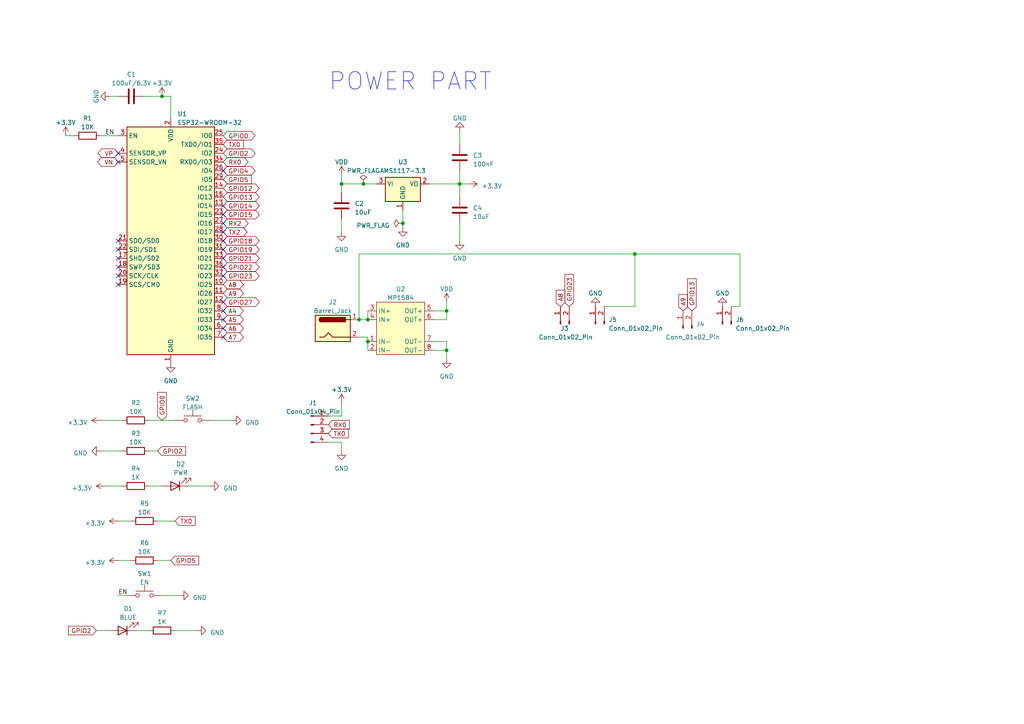
<source format=kicad_sch>
(kicad_sch (version 20230121) (generator eeschema)
  (paper "A4")
  (lib_symbols
    (symbol "Connector:Barrel_Jack" (pin_names (offset 1.016))
      (property "Reference" "J" (at 0 5.334 0))
      (property "Value" "Barrel_Jack" (at 0 -5.08 0))
      (symbol "Barrel_Jack_0_1"
        (rectangle (start -5.08 3.81) (end 5.08 -3.81) (stroke (width 0.254)) (fill (type background)))
        (arc (start -3.302 3.175) (mid -3.9343 2.54) (end -3.302 1.905) (stroke (width 0.254)))
        (arc (start -3.302 3.175) (mid -3.9343 2.54) (end -3.302 1.905) (stroke (width 0.254)) (fill (type outline)))
        (polyline (pts (xy 5.08 2.54) (xy 3.81 2.54)) (stroke (width 0.254)))
        (polyline (pts (xy -3.81 -2.54) (xy -2.54 -2.54) (xy -1.27 -1.27) (xy 0 -2.54) (xy 2.54 -2.54) (xy 5.08 -2.54)) (stroke (width 0.254)))
        (rectangle (start 3.683 3.175) (end -3.302 1.905) (stroke (width 0.254)) (fill (type outline)))
      )
      (symbol "Barrel_Jack_1_1"
        (pin passive line (at 7.62 2.54 180) (length 2.54) (name "~") (number "1"))
        (pin passive line (at 7.62 -2.54 180) (length 2.54) (name "~") (number "2"))
      )
    )
    (symbol "Connector:Conn_01x02_Pin" (pin_names (offset 1.016) hide)
      (property "Reference" "J" (at 0 2.54 0))
      (property "Value" "Conn_01x02_Pin" (at 0 -5.08 0))
      (symbol "Conn_01x02_Pin_1_1"
        (polyline (pts (xy 1.27 -2.54) (xy 0.8636 -2.54)) (stroke (width 0.1524)))
        (polyline (pts (xy 1.27 0) (xy 0.8636 0)) (stroke (width 0.1524)))
        (rectangle (start 0.8636 -2.413) (end 0 -2.667) (stroke (width 0.1524)) (fill (type outline)))
        (rectangle (start 0.8636 0.127) (end 0 -0.127) (stroke (width 0.1524)) (fill (type outline)))
        (pin passive line (at 5.08 0 180) (length 3.81) (name "Pin_1") (number "1"))
        (pin passive line (at 5.08 -2.54 180) (length 3.81) (name "Pin_2") (number "2"))
      )
    )
    (symbol "Connector:Conn_01x04_Pin" (pin_names (offset 1.016) hide)
      (property "Reference" "J" (at 0 5.08 0))
      (property "Value" "Conn_01x04_Pin" (at 0 -7.62 0))
      (symbol "Conn_01x04_Pin_1_1"
        (polyline (pts (xy 1.27 -5.08) (xy 0.8636 -5.08)) (stroke (width 0.1524)))
        (polyline (pts (xy 1.27 -2.54) (xy 0.8636 -2.54)) (stroke (width 0.1524)))
        (polyline (pts (xy 1.27 0) (xy 0.8636 0)) (stroke (width 0.1524)))
        (polyline (pts (xy 1.27 2.54) (xy 0.8636 2.54)) (stroke (width 0.1524)))
        (rectangle (start 0.8636 -4.953) (end 0 -5.207) (stroke (width 0.1524)) (fill (type outline)))
        (rectangle (start 0.8636 -2.413) (end 0 -2.667) (stroke (width 0.1524)) (fill (type outline)))
        (rectangle (start 0.8636 0.127) (end 0 -0.127) (stroke (width 0.1524)) (fill (type outline)))
        (rectangle (start 0.8636 2.667) (end 0 2.413) (stroke (width 0.1524)) (fill (type outline)))
        (pin passive line (at 5.08 2.54 180) (length 3.81) (name "Pin_1") (number "1"))
        (pin passive line (at 5.08 0 180) (length 3.81) (name "Pin_2") (number "2"))
        (pin passive line (at 5.08 -2.54 180) (length 3.81) (name "Pin_3") (number "3"))
        (pin passive line (at 5.08 -5.08 180) (length 3.81) (name "Pin_4") (number "4"))
      )
    )
    (symbol "Device:C" (pin_numbers hide) (pin_names (offset 0.254))
      (property "Reference" "C" (at 0.635 2.54 0))
      (property "Value" "C" (at 0.635 -2.54 0))
      (symbol "C_0_1"
        (polyline (pts (xy -2.032 -0.762) (xy 2.032 -0.762)) (stroke (width 0.508)))
        (polyline (pts (xy -2.032 0.762) (xy 2.032 0.762)) (stroke (width 0.508)))
      )
      (symbol "C_1_1"
        (pin passive line (at 0 3.81 270) (length 2.794) (name "~") (number "1"))
        (pin passive line (at 0 -3.81 90) (length 2.794) (name "~") (number "2"))
      )
    )
    (symbol "Device:LED" (pin_numbers hide) (pin_names (offset 1.016) hide)
      (property "Reference" "D" (at 0 2.54 0))
      (property "Value" "LED" (at 0 -2.54 0))
      (symbol "LED_0_1"
        (polyline (pts (xy -1.27 -1.27) (xy -1.27 1.27)) (stroke (width 0.254)))
        (polyline (pts (xy -1.27 0) (xy 1.27 0)))
        (polyline (pts (xy 1.27 -1.27) (xy 1.27 1.27) (xy -1.27 0) (xy 1.27 -1.27)) (stroke (width 0.254)))
        (polyline (pts (xy -3.048 -0.762) (xy -4.572 -2.286) (xy -3.81 -2.286) (xy -4.572 -2.286) (xy -4.572 -1.524)))
        (polyline (pts (xy -1.778 -0.762) (xy -3.302 -2.286) (xy -2.54 -2.286) (xy -3.302 -2.286) (xy -3.302 -1.524)))
      )
      (symbol "LED_1_1"
        (pin passive line (at -3.81 0 0) (length 2.54) (name "K") (number "1"))
        (pin passive line (at 3.81 0 180) (length 2.54) (name "A") (number "2"))
      )
    )
    (symbol "Device:R" (pin_numbers hide) (pin_names (offset 0))
      (property "Reference" "R" (at 2.032 0 90))
      (property "Value" "R" (at 0 0 90))
      (symbol "R_0_1"
        (rectangle (start -1.016 -2.54) (end 1.016 2.54) (stroke (width 0.254)))
      )
      (symbol "R_1_1"
        (pin passive line (at 0 3.81 270) (length 1.27) (name "~") (number "1"))
        (pin passive line (at 0 -3.81 90) (length 1.27) (name "~") (number "2"))
      )
    )
    (symbol "Lib:MP1584"
      (property "Reference" "U" (at 0 2.54 0))
      (property "Value" "MP1584" (at 2.54 5.08 0))
      (symbol "MP1584_1_1"
        (rectangle (start -3.81 1.27) (end 10.16 -13.97) (fill (type background)))
        (pin input line (at -6.35 -10.16 0) (length 2.54) (name "IN-") (number "1"))
        (pin input line (at -6.35 -12.7 0) (length 2.54) (name "IN-") (number "2"))
        (pin input line (at -6.35 -1.27 0) (length 2.54) (name "IN+") (number "3"))
        (pin input line (at -6.35 -3.81 0) (length 2.54) (name "IN+") (number "4"))
        (pin input line (at 12.7 -1.27 180) (length 2.54) (name "OUT+") (number "5"))
        (pin input line (at 12.7 -3.81 180) (length 2.54) (name "OUT+") (number "6"))
        (pin input line (at 12.7 -10.16 180) (length 2.54) (name "OUT-") (number "7"))
        (pin input line (at 12.7 -12.7 180) (length 2.54) (name "OUT-") (number "8"))
      )
    )
    (symbol "RF_Module:ESP32-WROOM-32"
      (property "Reference" "U" (at -12.7 34.29 0))
      (property "Value" "ESP32-WROOM-32" (at 1.27 34.29 0))
      (symbol "ESP32-WROOM-32_0_1"
        (rectangle (start -12.7 33.02) (end 12.7 -33.02) (stroke (width 0.254)) (fill (type background)))
      )
      (symbol "ESP32-WROOM-32_1_1"
        (pin power_in line (at 0 -35.56 90) (length 2.54) (name "GND") (number "1"))
        (pin bidirectional line (at 15.24 -12.7 180) (length 2.54) (name "IO25") (number "10"))
        (pin bidirectional line (at 15.24 -15.24 180) (length 2.54) (name "IO26") (number "11"))
        (pin bidirectional line (at 15.24 -17.78 180) (length 2.54) (name "IO27") (number "12"))
        (pin bidirectional line (at 15.24 10.16 180) (length 2.54) (name "IO14") (number "13"))
        (pin bidirectional line (at 15.24 15.24 180) (length 2.54) (name "IO12") (number "14"))
        (pin passive line (at 0 -35.56 90) (length 2.54) hide (name "GND") (number "15"))
        (pin bidirectional line (at 15.24 12.7 180) (length 2.54) (name "IO13") (number "16"))
        (pin bidirectional line (at -15.24 -5.08 0) (length 2.54) (name "SHD/SD2") (number "17"))
        (pin bidirectional line (at -15.24 -7.62 0) (length 2.54) (name "SWP/SD3") (number "18"))
        (pin bidirectional line (at -15.24 -12.7 0) (length 2.54) (name "SCS/CMD") (number "19"))
        (pin power_in line (at 0 35.56 270) (length 2.54) (name "VDD") (number "2"))
        (pin bidirectional line (at -15.24 -10.16 0) (length 2.54) (name "SCK/CLK") (number "20"))
        (pin bidirectional line (at -15.24 0 0) (length 2.54) (name "SDO/SD0") (number "21"))
        (pin bidirectional line (at -15.24 -2.54 0) (length 2.54) (name "SDI/SD1") (number "22"))
        (pin bidirectional line (at 15.24 7.62 180) (length 2.54) (name "IO15") (number "23"))
        (pin bidirectional line (at 15.24 25.4 180) (length 2.54) (name "IO2") (number "24"))
        (pin bidirectional line (at 15.24 30.48 180) (length 2.54) (name "IO0") (number "25"))
        (pin bidirectional line (at 15.24 20.32 180) (length 2.54) (name "IO4") (number "26"))
        (pin bidirectional line (at 15.24 5.08 180) (length 2.54) (name "IO16") (number "27"))
        (pin bidirectional line (at 15.24 2.54 180) (length 2.54) (name "IO17") (number "28"))
        (pin bidirectional line (at 15.24 17.78 180) (length 2.54) (name "IO5") (number "29"))
        (pin input line (at -15.24 30.48 0) (length 2.54) (name "EN") (number "3"))
        (pin bidirectional line (at 15.24 0 180) (length 2.54) (name "IO18") (number "30"))
        (pin bidirectional line (at 15.24 -2.54 180) (length 2.54) (name "IO19") (number "31"))
        (pin no_connect line (at -12.7 -27.94 0) (length 2.54) hide (name "NC") (number "32"))
        (pin bidirectional line (at 15.24 -5.08 180) (length 2.54) (name "IO21") (number "33"))
        (pin bidirectional line (at 15.24 22.86 180) (length 2.54) (name "RXD0/IO3") (number "34"))
        (pin bidirectional line (at 15.24 27.94 180) (length 2.54) (name "TXD0/IO1") (number "35"))
        (pin bidirectional line (at 15.24 -7.62 180) (length 2.54) (name "IO22") (number "36"))
        (pin bidirectional line (at 15.24 -10.16 180) (length 2.54) (name "IO23") (number "37"))
        (pin passive line (at 0 -35.56 90) (length 2.54) hide (name "GND") (number "38"))
        (pin passive line (at 0 -35.56 90) (length 2.54) hide (name "GND") (number "39"))
        (pin input line (at -15.24 25.4 0) (length 2.54) (name "SENSOR_VP") (number "4"))
        (pin input line (at -15.24 22.86 0) (length 2.54) (name "SENSOR_VN") (number "5"))
        (pin input line (at 15.24 -25.4 180) (length 2.54) (name "IO34") (number "6"))
        (pin input line (at 15.24 -27.94 180) (length 2.54) (name "IO35") (number "7"))
        (pin bidirectional line (at 15.24 -20.32 180) (length 2.54) (name "IO32") (number "8"))
        (pin bidirectional line (at 15.24 -22.86 180) (length 2.54) (name "IO33") (number "9"))
      )
    )
    (symbol "Regulator_Linear:AMS1117-3.3"
      (property "Reference" "U" (at -3.81 3.175 0))
      (property "Value" "AMS1117-3.3" (at 0 3.175 0))
      (symbol "AMS1117-3.3_0_1"
        (rectangle (start -5.08 -5.08) (end 5.08 1.905) (stroke (width 0.254)) (fill (type background)))
      )
      (symbol "AMS1117-3.3_1_1"
        (pin power_in line (at 0 -7.62 90) (length 2.54) (name "GND") (number "1"))
        (pin power_out line (at 7.62 0 180) (length 2.54) (name "VO") (number "2"))
        (pin power_in line (at -7.62 0 0) (length 2.54) (name "VI") (number "3"))
      )
    )
    (symbol "Switch:SW_Push" (pin_numbers hide) (pin_names (offset 1.016) hide)
      (property "Reference" "SW" (at 1.27 2.54 0))
      (property "Value" "SW_Push" (at 0 -1.524 0))
      (symbol "SW_Push_0_1"
        (circle (center -2.032 0) (radius 0.508))
        (polyline (pts (xy 0 1.27) (xy 0 3.048)))
        (polyline (pts (xy 2.54 1.27) (xy -2.54 1.27)))
        (circle (center 2.032 0) (radius 0.508))
        (pin passive line (at -5.08 0 0) (length 2.54) (name "1") (number "1"))
        (pin passive line (at 5.08 0 180) (length 2.54) (name "2") (number "2"))
      )
    )
    (symbol "power:+3.3V" (power) (pin_names (offset 0))
      (property "Value" "+3.3V" (at 0 3.556 0))
      (symbol "+3.3V_0_1"
        (polyline (pts (xy -0.762 1.27) (xy 0 2.54)))
        (polyline (pts (xy 0 0) (xy 0 2.54)))
        (polyline (pts (xy 0 2.54) (xy 0.762 1.27)))
      )
      (symbol "+3.3V_1_1"
        (pin power_in line (at 0 0 90) (length 0) hide (name "+3.3V") (number "1"))
      )
    )
    (symbol "power:GND" (power) (pin_names (offset 0))
      (property "Value" "GND" (at 0 -3.81 0))
      (symbol "GND_0_1"
        (polyline (pts (xy 0 0) (xy 0 -1.27) (xy 1.27 -1.27) (xy 0 -2.54) (xy -1.27 -1.27) (xy 0 -1.27)))
      )
      (symbol "GND_1_1"
        (pin power_in line (at 0 0 270) (length 0) hide (name "GND") (number "1"))
      )
    )
    (symbol "power:PWR_FLAG" (power) (pin_numbers hide) (pin_names (offset 0) hide)
      (property "Value" "PWR_FLAG" (at 0 3.81 0))
      (symbol "PWR_FLAG_0_0"
        (pin power_out line (at 0 0 90) (length 0) (name "pwr") (number "1"))
      )
      (symbol "PWR_FLAG_0_1"
        (polyline (pts (xy 0 0) (xy 0 1.27) (xy -1.016 1.905) (xy 0 2.54) (xy 1.016 1.905) (xy 0 1.27)))
      )
    )
    (symbol "power:VDD" (power) (pin_names (offset 0))
      (property "Value" "VDD" (at 0 3.81 0))
      (symbol "VDD_0_1"
        (polyline (pts (xy -0.762 1.27) (xy 0 2.54)))
        (polyline (pts (xy 0 0) (xy 0 2.54)))
        (polyline (pts (xy 0 2.54) (xy 0.762 1.27)))
      )
      (symbol "VDD_1_1"
        (pin power_in line (at 0 0 90) (length 0) hide (name "VDD") (number "1"))
      )
    )
  )
  (junction (at 129.54 90.17))
  (junction (at 99.06 53.34))
  (junction (at 184.15 73.66))
  (junction (at 104.14 92.71))
  (junction (at 106.68 99.06))
  (junction (at 106.68 92.71))
  (junction (at 105.41 53.34))
  (junction (at 116.84 64.77))
  (junction (at 133.35 53.34))
  (junction (at 129.54 101.6))
  (junction (at 46.99 27.94))
  (no_connect (at 64.77 92.71))
  (no_connect (at 64.77 95.25))
  (no_connect (at 34.29 69.85))
  (no_connect (at 64.77 87.63))
  (no_connect (at 34.29 80.01))
  (no_connect (at 64.77 64.77))
  (no_connect (at 34.29 77.47))
  (no_connect (at 64.77 59.69))
  (no_connect (at 64.77 49.53))
  (no_connect (at 34.29 44.45))
  (no_connect (at 64.77 90.17))
  (no_connect (at 64.77 74.93))
  (no_connect (at 64.77 77.47))
  (no_connect (at 64.77 67.31))
  (no_connect (at 64.77 80.01))
  (no_connect (at 64.77 97.79))
  (no_connect (at 34.29 74.93))
  (no_connect (at 64.77 69.85))
  (no_connect (at 34.29 82.55))
  (no_connect (at 64.77 62.23))
  (no_connect (at 64.77 72.39))
  (no_connect (at 34.29 46.99))
  (no_connect (at 34.29 72.39))
  (wire (pts (xy 29.21 130.81) (xy 35.56 130.81)))
  (wire (pts (xy 43.18 140.97) (xy 46.99 140.97)))
  (wire (pts (xy 54.61 140.97) (xy 60.96 140.97)))
  (wire (pts (xy 99.06 53.34) (xy 105.41 53.34)))
  (wire (pts (xy 29.21 39.37) (xy 34.29 39.37)))
  (wire (pts (xy 99.06 63.5) (xy 99.06 67.31)))
  (wire (pts (xy 106.68 92.71) (xy 106.68 90.17)))
  (wire (pts (xy 116.84 64.77) (xy 116.84 66.04)))
  (wire (pts (xy 104.14 92.71) (xy 106.68 92.71)))
  (wire (pts (xy 60.96 121.92) (xy 67.31 121.92)))
  (wire (pts (xy 106.68 99.06) (xy 106.68 101.6)))
  (wire (pts (xy 99.06 116.84) (xy 99.06 120.65)))
  (wire (pts (xy 129.54 92.71) (xy 129.54 90.17)))
  (wire (pts (xy 129.54 99.06) (xy 125.73 99.06)))
  (wire (pts (xy 49.53 27.94) (xy 49.53 34.29)))
  (wire (pts (xy 175.26 88.9) (xy 184.15 88.9)))
  (wire (pts (xy 104.14 73.66) (xy 104.14 92.71)))
  (wire (pts (xy 133.35 53.34) (xy 133.35 57.15)))
  (wire (pts (xy 43.18 121.92) (xy 50.8 121.92)))
  (wire (pts (xy 49.53 27.94) (xy 46.99 27.94)))
  (wire (pts (xy 46.99 27.94) (xy 41.91 27.94)))
  (wire (pts (xy 99.06 120.65) (xy 95.25 120.65)))
  (wire (pts (xy 99.06 50.8) (xy 99.06 53.34)))
  (wire (pts (xy 133.35 38.1) (xy 133.35 41.91)))
  (wire (pts (xy 129.54 90.17) (xy 129.54 87.63)))
  (wire (pts (xy 133.35 49.53) (xy 133.35 53.34)))
  (wire (pts (xy 27.94 182.88) (xy 31.75 182.88)))
  (wire (pts (xy 129.54 101.6) (xy 129.54 99.06)))
  (wire (pts (xy 19.05 39.37) (xy 21.59 39.37)))
  (wire (pts (xy 125.73 92.71) (xy 129.54 92.71)))
  (wire (pts (xy 125.73 101.6) (xy 129.54 101.6)))
  (wire (pts (xy 34.29 162.56) (xy 38.1 162.56)))
  (wire (pts (xy 105.41 53.34) (xy 109.22 53.34)))
  (wire (pts (xy 29.21 121.92) (xy 35.56 121.92)))
  (wire (pts (xy 99.06 128.27) (xy 95.25 128.27)))
  (wire (pts (xy 214.63 73.66) (xy 184.15 73.66)))
  (wire (pts (xy 46.99 172.72) (xy 52.07 172.72)))
  (wire (pts (xy 133.35 64.77) (xy 133.35 69.85)))
  (wire (pts (xy 30.48 140.97) (xy 35.56 140.97)))
  (wire (pts (xy 50.8 182.88) (xy 57.15 182.88)))
  (wire (pts (xy 184.15 88.9) (xy 184.15 73.66)))
  (wire (pts (xy 39.37 182.88) (xy 43.18 182.88)))
  (wire (pts (xy 124.46 53.34) (xy 133.35 53.34)))
  (wire (pts (xy 212.09 88.9) (xy 214.63 88.9)))
  (wire (pts (xy 106.68 97.79) (xy 106.68 99.06)))
  (wire (pts (xy 31.75 27.94) (xy 34.29 27.94)))
  (wire (pts (xy 214.63 88.9) (xy 214.63 73.66)))
  (wire (pts (xy 184.15 73.66) (xy 104.14 73.66)))
  (wire (pts (xy 104.14 97.79) (xy 106.68 97.79)))
  (wire (pts (xy 125.73 90.17) (xy 129.54 90.17)))
  (wire (pts (xy 133.35 53.34) (xy 135.89 53.34)))
  (wire (pts (xy 34.29 172.72) (xy 36.83 172.72)))
  (wire (pts (xy 99.06 53.34) (xy 99.06 55.88)))
  (wire (pts (xy 99.06 130.81) (xy 99.06 128.27)))
  (wire (pts (xy 129.54 104.14) (xy 129.54 101.6)))
  (wire (pts (xy 116.84 60.96) (xy 116.84 64.77)))
  (wire (pts (xy 45.72 151.13) (xy 50.8 151.13)))
  (wire (pts (xy 34.29 151.13) (xy 38.1 151.13)))
  (wire (pts (xy 45.72 162.56) (xy 49.53 162.56)))
  (wire (pts (xy 43.18 130.81) (xy 45.72 130.81)))
  (text "POWER PART" (at 95.25 26.67 0) (effects (font (size 5 5)) (justify left bottom)))
  (label "EN" (at 34.29 172.72 0))
  (label "EN" (at 30.48 39.37 0))
  (global_label "GPIO19" (shape bidirectional) (at 64.77 72.39 0) (property "Intersheetrefs" "${INTERSHEET_REFS}" (effects hide)))
  (global_label "A7" (shape bidirectional) (at 64.77 97.79 0) (property "Intersheetrefs" "${INTERSHEET_REFS}" (effects hide)))
  (global_label "GPIO13" (shape input) (at 200.66 90.17 90) (property "Intersheetrefs" "${INTERSHEET_REFS}" (effects hide)))
  (global_label "GPIO5" (shape input) (at 49.53 162.56 0) (property "Intersheetrefs" "${INTERSHEET_REFS}" (effects hide)))
  (global_label "GPIO0" (shape bidirectional) (at 64.77 39.37 0) (property "Intersheetrefs" "${INTERSHEET_REFS}" (effects hide)))
  (global_label "GPIO12" (shape bidirectional) (at 64.77 54.61 0) (property "Intersheetrefs" "${INTERSHEET_REFS}" (effects hide)))
  (global_label "A9" (shape input) (at 198.12 90.17 90) (property "Intersheetrefs" "${INTERSHEET_REFS}" (effects hide)))
  (global_label "GPIO23" (shape bidirectional) (at 64.77 80.01 0) (property "Intersheetrefs" "${INTERSHEET_REFS}" (effects hide)))
  (global_label "GPIO21" (shape bidirectional) (at 64.77 74.93 0) (property "Intersheetrefs" "${INTERSHEET_REFS}" (effects hide)))
  (global_label "TX2" (shape bidirectional) (at 64.77 67.31 0) (property "Intersheetrefs" "${INTERSHEET_REFS}" (effects hide)))
  (global_label "TX0" (shape input) (at 95.25 125.73 0) (property "Intersheetrefs" "${INTERSHEET_REFS}" (effects hide)))
  (global_label "A9" (shape bidirectional) (at 64.77 85.09 0) (property "Intersheetrefs" "${INTERSHEET_REFS}" (effects hide)))
  (global_label "RX2" (shape bidirectional) (at 64.77 64.77 0) (property "Intersheetrefs" "${INTERSHEET_REFS}" (effects hide)))
  (global_label "GPIO0" (shape input) (at 46.99 121.92 90) (property "Intersheetrefs" "${INTERSHEET_REFS}" (effects hide)))
  (global_label "GPIO15" (shape bidirectional) (at 64.77 62.23 0) (property "Intersheetrefs" "${INTERSHEET_REFS}" (effects hide)))
  (global_label "GPIO2" (shape input) (at 27.94 182.88 180) (property "Intersheetrefs" "${INTERSHEET_REFS}" (effects hide)))
  (global_label "GPIO27" (shape bidirectional) (at 64.77 87.63 0) (property "Intersheetrefs" "${INTERSHEET_REFS}" (effects hide)))
  (global_label "GPIO2" (shape input) (at 45.72 130.81 0) (property "Intersheetrefs" "${INTERSHEET_REFS}" (effects hide)))
  (global_label "RX0" (shape input) (at 95.25 123.19 0) (property "Intersheetrefs" "${INTERSHEET_REFS}" (effects hide)))
  (global_label "GPIO14" (shape bidirectional) (at 64.77 59.69 0) (property "Intersheetrefs" "${INTERSHEET_REFS}" (effects hide)))
  (global_label "GPIO23" (shape input) (at 165.1 88.9 90) (property "Intersheetrefs" "${INTERSHEET_REFS}" (effects hide)))
  (global_label "GPIO18" (shape bidirectional) (at 64.77 69.85 0) (property "Intersheetrefs" "${INTERSHEET_REFS}" (effects hide)))
  (global_label "GPIO2" (shape bidirectional) (at 64.77 44.45 0) (property "Intersheetrefs" "${INTERSHEET_REFS}" (effects hide)))
  (global_label "A6" (shape bidirectional) (at 64.77 95.25 0) (property "Intersheetrefs" "${INTERSHEET_REFS}" (effects hide)))
  (global_label "A5" (shape bidirectional) (at 64.77 92.71 0) (property "Intersheetrefs" "${INTERSHEET_REFS}" (effects hide)))
  (global_label "A4" (shape bidirectional) (at 64.77 90.17 0) (property "Intersheetrefs" "${INTERSHEET_REFS}" (effects hide)))
  (global_label "VN" (shape bidirectional) (at 34.29 46.99 180) (property "Intersheetrefs" "${INTERSHEET_REFS}" (effects hide)))
  (global_label "GPIO22" (shape bidirectional) (at 64.77 77.47 0) (property "Intersheetrefs" "${INTERSHEET_REFS}" (effects hide)))
  (global_label "VP" (shape bidirectional) (at 34.29 44.45 180) (property "Intersheetrefs" "${INTERSHEET_REFS}" (effects hide)))
  (global_label "TX0" (shape input) (at 50.8 151.13 0) (property "Intersheetrefs" "${INTERSHEET_REFS}" (effects hide)))
  (global_label "GPIO13" (shape bidirectional) (at 64.77 57.15 0) (property "Intersheetrefs" "${INTERSHEET_REFS}" (effects hide)))
  (global_label "A8" (shape bidirectional) (at 64.77 82.55 0) (property "Intersheetrefs" "${INTERSHEET_REFS}" (effects hide)))
  (global_label "A8" (shape input) (at 162.56 88.9 90) (property "Intersheetrefs" "${INTERSHEET_REFS}" (effects hide)))
  (global_label "RX0" (shape bidirectional) (at 64.77 46.99 0) (property "Intersheetrefs" "${INTERSHEET_REFS}" (effects hide)))
  (global_label "TX0" (shape input) (at 64.77 41.91 0) (property "Intersheetrefs" "${INTERSHEET_REFS}" (effects hide)))
  (global_label "GPIO4" (shape bidirectional) (at 64.77 49.53 0) (property "Intersheetrefs" "${INTERSHEET_REFS}" (effects hide)))
  (global_label "GPIO5" (shape input) (at 64.77 52.07 0) (property "Intersheetrefs" "${INTERSHEET_REFS}" (effects hide)))
  (symbol (lib_id "power:GND") (at 209.55 88.9 180) (unit 1)
    (property "Reference" "#PWR028" (effects hide))
    (property "Value" "GND" (at 209.55 85.09 0))
  )
  (symbol (lib_id "power:GND") (at 29.21 130.81 270) (unit 1)
    (property "Reference" "#PWR03" (effects hide))
    (property "Value" "GND" (at 25.4 131.445 90) (effects (justify right)))
  )
  (symbol (lib_id "Device:LED") (at 35.56 182.88 180) (unit 1)
    (property "Reference" "D1" (at 37.1475 176.53 0))
    (property "Value" "BLUE" (at 37.1475 179.07 0))
    (property "Footprint" "LED_SMD:LED_0805_2012Metric_Pad1.15x1.40mm_HandSolder" (effects hide))
  )
  (symbol (lib_id "Connector:Barrel_Jack") (at 96.52 95.25 0) (unit 1)
    (property "Reference" "J2" (at 96.52 87.63 0))
    (property "Value" "Barrel_Jack" (at 96.52 90.17 0))
    (property "Footprint" "Connector_BarrelJack:BarrelJack_GCT_DCJ200-10-A_Horizontal" (effects hide))
  )
  (symbol (lib_id "Device:R") (at 41.91 162.56 90) (unit 1)
    (property "Reference" "R6" (at 41.91 157.48 90))
    (property "Value" "10K" (at 41.91 160.02 90))
    (property "Footprint" "Resistor_SMD:R_0805_2012Metric_Pad1.20x1.40mm_HandSolder" (effects hide))
  )
  (symbol (lib_id "Device:LED") (at 50.8 140.97 180) (unit 1)
    (property "Reference" "D2" (at 52.3875 134.62 0))
    (property "Value" "PWR" (at 52.3875 137.16 0))
    (property "Footprint" "LED_SMD:LED_0805_2012Metric_Pad1.15x1.40mm_HandSolder" (effects hide))
  )
  (symbol (lib_id "power:GND") (at 60.96 140.97 90) (unit 1)
    (property "Reference" "#PWR012" (effects hide))
    (property "Value" "GND" (at 64.77 141.605 90) (effects (justify right)))
  )
  (symbol (lib_id "power:PWR_FLAG") (at 105.41 53.34 0) (unit 1)
    (property "Reference" "#FLG01" (effects hide))
    (property "Value" "PWR_FLAG" (at 105.41 49.53 0))
  )
  (symbol (lib_id "power:VDD") (at 129.54 87.63 0) (unit 1)
    (property "Reference" "#PWR019" (effects hide))
    (property "Value" "VDD" (at 129.54 83.82 0))
  )
  (symbol (lib_id "Device:R") (at 39.37 130.81 90) (unit 1)
    (property "Reference" "R3" (at 39.37 125.73 90))
    (property "Value" "10K" (at 39.37 128.27 90))
    (property "Footprint" "Resistor_SMD:R_0805_2012Metric_Pad1.20x1.40mm_HandSolder" (effects hide))
  )
  (symbol (lib_id "power:GND") (at 99.06 130.81 0) (unit 1)
    (property "Reference" "#PWR017" (effects hide))
    (property "Value" "GND" (at 99.06 135.89 0))
  )
  (symbol (lib_id "power:+3.3V") (at 46.99 27.94 0) (unit 1)
    (property "Reference" "#PWR08" (effects hide))
    (property "Value" "+3.3V" (at 46.99 24.13 0))
  )
  (symbol (lib_id "Connector:Conn_01x02_Pin") (at 198.12 95.25 90) (unit 1)
    (property "Reference" "J4" (at 201.93 93.98 90) (effects (justify right)))
    (property "Value" "Conn_01x02_Pin" (at 193.04 97.79 90) (effects (justify right)))
    (property "Footprint" "Connector_PinHeader_2.54mm:PinHeader_1x02_P2.54mm_Vertical" (effects hide))
  )
  (symbol (lib_id "Connector:Conn_01x02_Pin") (at 172.72 93.98 90) (unit 1)
    (property "Reference" "J5" (at 176.53 92.71 90) (effects (justify right)))
    (property "Value" "Conn_01x02_Pin" (at 176.53 95.25 90) (effects (justify right)))
    (property "Footprint" "TerminalBlock:TerminalBlock_bornier-2_P5.08mm" (effects hide))
  )
  (symbol (lib_id "power:PWR_FLAG") (at 116.84 64.77 90) (unit 1)
    (property "Reference" "#FLG02" (effects hide))
    (property "Value" "PWR_FLAG" (at 113.03 65.405 90) (effects (justify left)))
  )
  (symbol (lib_id "power:GND") (at 133.35 69.85 0) (unit 1)
    (property "Reference" "#PWR022" (effects hide))
    (property "Value" "GND" (at 133.35 74.93 0))
  )
  (symbol (lib_id "Device:R") (at 25.4 39.37 90) (unit 1)
    (property "Reference" "R1" (at 25.4 34.29 90))
    (property "Value" "10K" (at 25.4 36.83 90))
    (property "Footprint" "Resistor_SMD:R_0805_2012Metric_Pad1.20x1.40mm_HandSolder" (effects hide))
  )
  (symbol (lib_id "power:+3.3V") (at 34.29 162.56 90) (unit 1)
    (property "Reference" "#PWR07" (effects hide))
    (property "Value" "+3.3V" (at 30.48 163.195 90) (effects (justify left)))
  )
  (symbol (lib_id "Connector:Conn_01x02_Pin") (at 209.55 93.98 90) (unit 1)
    (property "Reference" "J6" (at 213.36 92.71 90) (effects (justify right)))
    (property "Value" "Conn_01x02_Pin" (at 213.36 95.25 90) (effects (justify right)))
    (property "Footprint" "TerminalBlock:TerminalBlock_bornier-2_P5.08mm" (effects hide))
  )
  (symbol (lib_id "Lib:MP1584") (at 113.03 88.9 0) (unit 1)
    (property "Reference" "U2" (at 116.205 83.82 0))
    (property "Value" "MP1584" (at 116.205 86.36 0))
    (property "Footprint" "Library:U1584" (effects hide))
  )
  (symbol (lib_id "Device:R") (at 39.37 140.97 90) (unit 1)
    (property "Reference" "R4" (at 39.37 135.89 90))
    (property "Value" "1K" (at 39.37 138.43 90))
    (property "Footprint" "Resistor_SMD:R_0805_2012Metric_Pad1.20x1.40mm_HandSolder" (effects hide))
  )
  (symbol (lib_id "Switch:SW_Push") (at 41.91 172.72 0) (unit 1)
    (property "Reference" "SW1" (at 41.91 166.37 0))
    (property "Value" "EN" (at 41.91 168.91 0))
    (property "Footprint" "Button_Switch_SMD:SW_DIP_SPSTx01_Slide_Copal_CHS-01B_W7.62mm_P1.27mm" (effects hide))
  )
  (symbol (lib_id "Device:C") (at 99.06 59.69 0) (unit 1)
    (property "Reference" "C2" (at 102.87 59.055 0) (effects (justify left)))
    (property "Value" "10uF" (at 102.87 61.595 0) (effects (justify left)))
    (property "Footprint" "Capacitor_SMD:C_0805_2012Metric_Pad1.18x1.45mm_HandSolder" (effects hide))
  )
  (symbol (lib_id "power:+3.3V") (at 99.06 116.84 0) (unit 1)
    (property "Reference" "#PWR016" (effects hide))
    (property "Value" "+3.3V" (at 99.06 113.03 0))
  )
  (symbol (lib_id "power:GND") (at 133.35 38.1 180) (unit 1)
    (property "Reference" "#PWR021" (effects hide))
    (property "Value" "GND" (at 133.35 34.29 0))
  )
  (symbol (lib_id "power:GND") (at 116.84 66.04 0) (unit 1)
    (property "Reference" "#PWR018" (effects hide))
    (property "Value" "GND" (at 116.84 71.12 0))
  )
  (symbol (lib_id "power:+3.3V") (at 34.29 151.13 90) (unit 1)
    (property "Reference" "#PWR06" (effects hide))
    (property "Value" "+3.3V" (at 30.48 151.765 90) (effects (justify left)))
  )
  (symbol (lib_id "Device:C") (at 133.35 45.72 0) (unit 1)
    (property "Reference" "C3" (at 137.16 45.085 0) (effects (justify left)))
    (property "Value" "100nF" (at 137.16 47.625 0) (effects (justify left)))
    (property "Footprint" "Capacitor_SMD:C_0805_2012Metric_Pad1.18x1.45mm_HandSolder" (effects hide))
  )
  (symbol (lib_id "power:+3.3V") (at 29.21 121.92 90) (unit 1)
    (property "Reference" "#PWR02" (effects hide))
    (property "Value" "+3.3V" (at 25.4 122.555 90) (effects (justify left)))
  )
  (symbol (lib_id "power:GND") (at 99.06 67.31 0) (unit 1)
    (property "Reference" "#PWR015" (effects hide))
    (property "Value" "GND" (at 99.06 72.39 0))
  )
  (symbol (lib_id "Device:R") (at 41.91 151.13 90) (unit 1)
    (property "Reference" "R5" (at 41.91 146.05 90))
    (property "Value" "10K" (at 41.91 148.59 90))
    (property "Footprint" "Resistor_SMD:R_0805_2012Metric_Pad1.20x1.40mm_HandSolder" (effects hide))
  )
  (symbol (lib_id "Device:C") (at 38.1 27.94 270) (unit 1)
    (property "Reference" "C1" (at 38.1 21.59 90))
    (property "Value" "100uF/6.3V" (at 38.1 24.13 90))
    (property "Footprint" "Capacitor_SMD:C_0805_2012Metric_Pad1.18x1.45mm_HandSolder" (effects hide))
  )
  (symbol (lib_id "power:GND") (at 172.72 88.9 180) (unit 1)
    (property "Reference" "#PWR024" (effects hide))
    (property "Value" "GND" (at 172.72 85.09 0))
  )
  (symbol (lib_id "power:GND") (at 52.07 172.72 90) (unit 1)
    (property "Reference" "#PWR010" (effects hide))
    (property "Value" "GND" (at 55.88 173.355 90) (effects (justify right)))
  )
  (symbol (lib_id "Device:R") (at 39.37 121.92 90) (unit 1)
    (property "Reference" "R2" (at 39.37 116.84 90))
    (property "Value" "10K" (at 39.37 119.38 90))
    (property "Footprint" "Resistor_SMD:R_0805_2012Metric_Pad1.20x1.40mm_HandSolder" (effects hide))
  )
  (symbol (lib_id "power:GND") (at 67.31 121.92 90) (unit 1)
    (property "Reference" "#PWR013" (effects hide))
    (property "Value" "GND" (at 71.12 122.555 90) (effects (justify right)))
  )
  (symbol (lib_id "Connector:Conn_01x02_Pin") (at 162.56 93.98 90) (unit 1)
    (property "Reference" "J3" (at 162.56 95.25 90) (effects (justify right)))
    (property "Value" "Conn_01x02_Pin" (at 156.21 97.79 90) (effects (justify right)))
    (property "Footprint" "Connector_PinHeader_2.54mm:PinHeader_1x02_P2.54mm_Vertical" (effects hide))
  )
  (symbol (lib_id "Connector:Conn_01x04_Pin") (at 90.17 123.19 0) (unit 1)
    (property "Reference" "J1" (at 90.805 116.84 0))
    (property "Value" "Conn_01x04_Pin" (at 90.805 119.38 0))
    (property "Footprint" "Connector_PinHeader_2.54mm:PinHeader_1x04_P2.54mm_Vertical" (effects hide))
  )
  (symbol (lib_id "Device:C") (at 133.35 60.96 0) (unit 1)
    (property "Reference" "C4" (at 137.16 60.325 0) (effects (justify left)))
    (property "Value" "10uF" (at 137.16 62.865 0) (effects (justify left)))
    (property "Footprint" "Capacitor_SMD:C_0805_2012Metric_Pad1.18x1.45mm_HandSolder" (effects hide))
  )
  (symbol (lib_id "RF_Module:ESP32-WROOM-32") (at 49.53 69.85 0) (unit 1)
    (property "Reference" "U1" (at 51.4859 33.02 0) (effects (justify left)))
    (property "Value" "ESP32-WROOM-32" (at 51.4859 35.56 0) (effects (justify left)))
    (property "Footprint" "RF_Module:ESP32-WROOM-32" (effects hide))
    (property "Datasheet" "https://www.espressif.com/sites/default/files/documentation/esp32-wroom-32_datasheet_en.pdf" (effects hide))
  )
  (symbol (lib_id "power:VDD") (at 99.06 50.8 0) (unit 1)
    (property "Reference" "#PWR014" (effects hide))
    (property "Value" "VDD" (at 99.06 46.99 0))
  )
  (symbol (lib_id "power:GND") (at 57.15 182.88 90) (unit 1)
    (property "Reference" "#PWR011" (effects hide))
    (property "Value" "GND" (at 60.96 183.515 90) (effects (justify right)))
  )
  (symbol (lib_id "power:+3.3V") (at 19.05 39.37 0) (unit 1)
    (property "Reference" "#PWR01" (effects hide))
    (property "Value" "+3.3V" (at 19.05 35.56 0))
  )
  (symbol (lib_id "power:GND") (at 31.75 27.94 270) (unit 1)
    (property "Reference" "#PWR05" (effects hide))
    (property "Value" "GND" (at 27.94 27.94 0))
  )
  (symbol (lib_id "power:GND") (at 129.54 104.14 0) (unit 1)
    (property "Reference" "#PWR020" (effects hide))
    (property "Value" "GND" (at 129.54 109.22 0))
  )
  (symbol (lib_id "Switch:SW_Push") (at 55.88 121.92 0) (unit 1)
    (property "Reference" "SW2" (at 55.88 115.57 0))
    (property "Value" "FLASH" (at 55.88 118.11 0))
    (property "Footprint" "Button_Switch_SMD:SW_DIP_SPSTx01_Slide_Copal_CHS-01B_W7.62mm_P1.27mm" (effects hide))
  )
  (symbol (lib_id "power:+3.3V") (at 135.89 53.34 270) (unit 1)
    (property "Reference" "#PWR023" (effects hide))
    (property "Value" "+3.3V" (at 139.7 53.975 90) (effects (justify left)))
  )
  (symbol (lib_id "power:+3.3V") (at 30.48 140.97 90) (unit 1)
    (property "Reference" "#PWR04" (effects hide))
    (property "Value" "+3.3V" (at 26.67 141.605 90) (effects (justify left)))
  )
  (symbol (lib_id "Device:R") (at 46.99 182.88 90) (unit 1)
    (property "Reference" "R7" (at 46.99 177.8 90))
    (property "Value" "1K" (at 46.99 180.34 90))
    (property "Footprint" "Resistor_SMD:R_0805_2012Metric_Pad1.20x1.40mm_HandSolder" (effects hide))
  )
  (symbol (lib_id "Regulator_Linear:AMS1117-3.3") (at 116.84 53.34 0) (unit 1)
    (property "Reference" "U3" (at 116.84 46.99 0))
    (property "Value" "AMS1117-3.3" (at 116.84 49.53 0))
    (property "Footprint" "Package_TO_SOT_SMD:SOT-223-3_TabPin2" (effects hide))
    (property "Datasheet" "http://www.advanced-monolithic.com/pdf/ds1117.pdf" (effects hide))
  )
  (symbol (lib_id "power:GND") (at 49.53 105.41 0) (unit 1)
    (property "Reference" "#PWR09" (effects hide))
    (property "Value" "GND" (at 49.53 110.49 0))
  )
)
</source>
